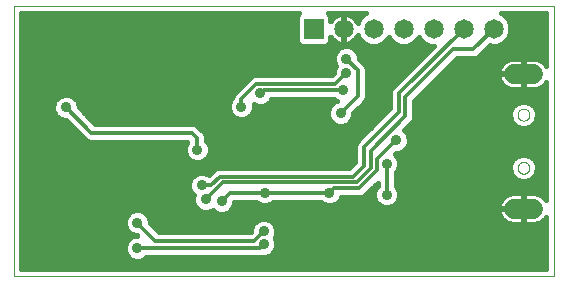
<source format=gbl>
G75*
%MOIN*%
%OFA0B0*%
%FSLAX25Y25*%
%IPPOS*%
%LPD*%
%AMOC8*
5,1,8,0,0,1.08239X$1,22.5*
%
%ADD10C,0.00000*%
%ADD11R,0.06500X0.06500*%
%ADD12C,0.06500*%
%ADD13C,0.06600*%
%ADD14C,0.03562*%
%ADD15C,0.01200*%
%ADD16C,0.01600*%
D10*
X0024428Y0011800D02*
X0024428Y0101800D01*
X0204428Y0101800D01*
X0204428Y0011800D01*
X0024428Y0011800D01*
X0192459Y0047942D02*
X0192461Y0048030D01*
X0192467Y0048118D01*
X0192477Y0048206D01*
X0192491Y0048294D01*
X0192508Y0048380D01*
X0192530Y0048466D01*
X0192555Y0048550D01*
X0192585Y0048634D01*
X0192617Y0048716D01*
X0192654Y0048796D01*
X0192694Y0048875D01*
X0192738Y0048952D01*
X0192785Y0049027D01*
X0192835Y0049099D01*
X0192889Y0049170D01*
X0192945Y0049237D01*
X0193005Y0049303D01*
X0193067Y0049365D01*
X0193133Y0049425D01*
X0193200Y0049481D01*
X0193271Y0049535D01*
X0193343Y0049585D01*
X0193418Y0049632D01*
X0193495Y0049676D01*
X0193574Y0049716D01*
X0193654Y0049753D01*
X0193736Y0049785D01*
X0193820Y0049815D01*
X0193904Y0049840D01*
X0193990Y0049862D01*
X0194076Y0049879D01*
X0194164Y0049893D01*
X0194252Y0049903D01*
X0194340Y0049909D01*
X0194428Y0049911D01*
X0194516Y0049909D01*
X0194604Y0049903D01*
X0194692Y0049893D01*
X0194780Y0049879D01*
X0194866Y0049862D01*
X0194952Y0049840D01*
X0195036Y0049815D01*
X0195120Y0049785D01*
X0195202Y0049753D01*
X0195282Y0049716D01*
X0195361Y0049676D01*
X0195438Y0049632D01*
X0195513Y0049585D01*
X0195585Y0049535D01*
X0195656Y0049481D01*
X0195723Y0049425D01*
X0195789Y0049365D01*
X0195851Y0049303D01*
X0195911Y0049237D01*
X0195967Y0049170D01*
X0196021Y0049099D01*
X0196071Y0049027D01*
X0196118Y0048952D01*
X0196162Y0048875D01*
X0196202Y0048796D01*
X0196239Y0048716D01*
X0196271Y0048634D01*
X0196301Y0048550D01*
X0196326Y0048466D01*
X0196348Y0048380D01*
X0196365Y0048294D01*
X0196379Y0048206D01*
X0196389Y0048118D01*
X0196395Y0048030D01*
X0196397Y0047942D01*
X0196395Y0047854D01*
X0196389Y0047766D01*
X0196379Y0047678D01*
X0196365Y0047590D01*
X0196348Y0047504D01*
X0196326Y0047418D01*
X0196301Y0047334D01*
X0196271Y0047250D01*
X0196239Y0047168D01*
X0196202Y0047088D01*
X0196162Y0047009D01*
X0196118Y0046932D01*
X0196071Y0046857D01*
X0196021Y0046785D01*
X0195967Y0046714D01*
X0195911Y0046647D01*
X0195851Y0046581D01*
X0195789Y0046519D01*
X0195723Y0046459D01*
X0195656Y0046403D01*
X0195585Y0046349D01*
X0195513Y0046299D01*
X0195438Y0046252D01*
X0195361Y0046208D01*
X0195282Y0046168D01*
X0195202Y0046131D01*
X0195120Y0046099D01*
X0195036Y0046069D01*
X0194952Y0046044D01*
X0194866Y0046022D01*
X0194780Y0046005D01*
X0194692Y0045991D01*
X0194604Y0045981D01*
X0194516Y0045975D01*
X0194428Y0045973D01*
X0194340Y0045975D01*
X0194252Y0045981D01*
X0194164Y0045991D01*
X0194076Y0046005D01*
X0193990Y0046022D01*
X0193904Y0046044D01*
X0193820Y0046069D01*
X0193736Y0046099D01*
X0193654Y0046131D01*
X0193574Y0046168D01*
X0193495Y0046208D01*
X0193418Y0046252D01*
X0193343Y0046299D01*
X0193271Y0046349D01*
X0193200Y0046403D01*
X0193133Y0046459D01*
X0193067Y0046519D01*
X0193005Y0046581D01*
X0192945Y0046647D01*
X0192889Y0046714D01*
X0192835Y0046785D01*
X0192785Y0046857D01*
X0192738Y0046932D01*
X0192694Y0047009D01*
X0192654Y0047088D01*
X0192617Y0047168D01*
X0192585Y0047250D01*
X0192555Y0047334D01*
X0192530Y0047418D01*
X0192508Y0047504D01*
X0192491Y0047590D01*
X0192477Y0047678D01*
X0192467Y0047766D01*
X0192461Y0047854D01*
X0192459Y0047942D01*
X0192459Y0065658D02*
X0192461Y0065746D01*
X0192467Y0065834D01*
X0192477Y0065922D01*
X0192491Y0066010D01*
X0192508Y0066096D01*
X0192530Y0066182D01*
X0192555Y0066266D01*
X0192585Y0066350D01*
X0192617Y0066432D01*
X0192654Y0066512D01*
X0192694Y0066591D01*
X0192738Y0066668D01*
X0192785Y0066743D01*
X0192835Y0066815D01*
X0192889Y0066886D01*
X0192945Y0066953D01*
X0193005Y0067019D01*
X0193067Y0067081D01*
X0193133Y0067141D01*
X0193200Y0067197D01*
X0193271Y0067251D01*
X0193343Y0067301D01*
X0193418Y0067348D01*
X0193495Y0067392D01*
X0193574Y0067432D01*
X0193654Y0067469D01*
X0193736Y0067501D01*
X0193820Y0067531D01*
X0193904Y0067556D01*
X0193990Y0067578D01*
X0194076Y0067595D01*
X0194164Y0067609D01*
X0194252Y0067619D01*
X0194340Y0067625D01*
X0194428Y0067627D01*
X0194516Y0067625D01*
X0194604Y0067619D01*
X0194692Y0067609D01*
X0194780Y0067595D01*
X0194866Y0067578D01*
X0194952Y0067556D01*
X0195036Y0067531D01*
X0195120Y0067501D01*
X0195202Y0067469D01*
X0195282Y0067432D01*
X0195361Y0067392D01*
X0195438Y0067348D01*
X0195513Y0067301D01*
X0195585Y0067251D01*
X0195656Y0067197D01*
X0195723Y0067141D01*
X0195789Y0067081D01*
X0195851Y0067019D01*
X0195911Y0066953D01*
X0195967Y0066886D01*
X0196021Y0066815D01*
X0196071Y0066743D01*
X0196118Y0066668D01*
X0196162Y0066591D01*
X0196202Y0066512D01*
X0196239Y0066432D01*
X0196271Y0066350D01*
X0196301Y0066266D01*
X0196326Y0066182D01*
X0196348Y0066096D01*
X0196365Y0066010D01*
X0196379Y0065922D01*
X0196389Y0065834D01*
X0196395Y0065746D01*
X0196397Y0065658D01*
X0196395Y0065570D01*
X0196389Y0065482D01*
X0196379Y0065394D01*
X0196365Y0065306D01*
X0196348Y0065220D01*
X0196326Y0065134D01*
X0196301Y0065050D01*
X0196271Y0064966D01*
X0196239Y0064884D01*
X0196202Y0064804D01*
X0196162Y0064725D01*
X0196118Y0064648D01*
X0196071Y0064573D01*
X0196021Y0064501D01*
X0195967Y0064430D01*
X0195911Y0064363D01*
X0195851Y0064297D01*
X0195789Y0064235D01*
X0195723Y0064175D01*
X0195656Y0064119D01*
X0195585Y0064065D01*
X0195513Y0064015D01*
X0195438Y0063968D01*
X0195361Y0063924D01*
X0195282Y0063884D01*
X0195202Y0063847D01*
X0195120Y0063815D01*
X0195036Y0063785D01*
X0194952Y0063760D01*
X0194866Y0063738D01*
X0194780Y0063721D01*
X0194692Y0063707D01*
X0194604Y0063697D01*
X0194516Y0063691D01*
X0194428Y0063689D01*
X0194340Y0063691D01*
X0194252Y0063697D01*
X0194164Y0063707D01*
X0194076Y0063721D01*
X0193990Y0063738D01*
X0193904Y0063760D01*
X0193820Y0063785D01*
X0193736Y0063815D01*
X0193654Y0063847D01*
X0193574Y0063884D01*
X0193495Y0063924D01*
X0193418Y0063968D01*
X0193343Y0064015D01*
X0193271Y0064065D01*
X0193200Y0064119D01*
X0193133Y0064175D01*
X0193067Y0064235D01*
X0193005Y0064297D01*
X0192945Y0064363D01*
X0192889Y0064430D01*
X0192835Y0064501D01*
X0192785Y0064573D01*
X0192738Y0064648D01*
X0192694Y0064725D01*
X0192654Y0064804D01*
X0192617Y0064884D01*
X0192585Y0064966D01*
X0192555Y0065050D01*
X0192530Y0065134D01*
X0192508Y0065220D01*
X0192491Y0065306D01*
X0192477Y0065394D01*
X0192467Y0065482D01*
X0192461Y0065570D01*
X0192459Y0065658D01*
D11*
X0124428Y0094300D03*
D12*
X0134428Y0094300D03*
X0144428Y0094300D03*
X0154428Y0094300D03*
X0164428Y0094300D03*
X0174428Y0094300D03*
X0184428Y0094300D03*
D13*
X0191128Y0079241D02*
X0197728Y0079241D01*
X0197728Y0034359D02*
X0191128Y0034359D01*
D14*
X0175053Y0031800D03*
X0170678Y0040863D03*
X0159428Y0040863D03*
X0148803Y0038988D03*
X0129741Y0039613D03*
X0124428Y0049300D03*
X0109428Y0049300D03*
X0108178Y0039613D03*
X0093803Y0036800D03*
X0088491Y0037425D03*
X0087241Y0042113D03*
X0065678Y0039300D03*
X0065678Y0029612D03*
X0050678Y0028050D03*
X0065678Y0021175D03*
X0081928Y0028050D03*
X0107866Y0026800D03*
X0107866Y0022425D03*
X0119428Y0019300D03*
X0150053Y0026487D03*
X0148803Y0049300D03*
X0151928Y0057112D03*
X0133491Y0066175D03*
X0124428Y0064300D03*
X0109428Y0064300D03*
X0100366Y0068363D03*
X0106616Y0072738D03*
X0095747Y0085712D03*
X0106616Y0087112D03*
X0096303Y0097112D03*
X0082553Y0089300D03*
X0041928Y0068050D03*
X0085678Y0053987D03*
X0134116Y0073988D03*
X0135366Y0079613D03*
X0135366Y0084300D03*
X0165366Y0074613D03*
X0029428Y0028050D03*
D15*
X0065678Y0029612D02*
X0071616Y0023675D01*
X0104741Y0023675D01*
X0107866Y0026800D01*
X0107866Y0022425D02*
X0106616Y0021175D01*
X0065678Y0021175D01*
X0088491Y0037425D02*
X0094116Y0043050D01*
X0138803Y0043050D01*
X0143491Y0047737D01*
X0143491Y0053675D01*
X0155053Y0065237D01*
X0155053Y0071488D01*
X0170991Y0087425D01*
X0177553Y0087425D01*
X0184428Y0094300D01*
X0174428Y0094300D02*
X0152866Y0072738D01*
X0152866Y0066488D01*
X0141303Y0054925D01*
X0141303Y0048675D01*
X0137553Y0044925D01*
X0093178Y0044925D01*
X0090366Y0042113D01*
X0087241Y0042113D01*
X0093803Y0036800D02*
X0096616Y0039613D01*
X0108178Y0039613D01*
X0129741Y0039613D01*
X0131303Y0041175D01*
X0139741Y0041175D01*
X0145678Y0047112D01*
X0145678Y0050862D01*
X0151928Y0057112D01*
X0148803Y0049300D02*
X0148803Y0038988D01*
X0133491Y0066175D02*
X0139116Y0071800D01*
X0139116Y0080550D01*
X0135366Y0084300D01*
X0135366Y0079613D02*
X0131616Y0075863D01*
X0105366Y0075863D01*
X0100366Y0070863D01*
X0100366Y0068363D01*
X0106616Y0072738D02*
X0107866Y0073988D01*
X0134116Y0073988D01*
X0085678Y0057737D02*
X0085678Y0053987D01*
X0085678Y0057737D02*
X0083803Y0059612D01*
X0050366Y0059612D01*
X0041928Y0068050D01*
D16*
X0037747Y0067748D02*
X0026828Y0067748D01*
X0026828Y0069346D02*
X0037940Y0069346D01*
X0037747Y0068882D02*
X0037747Y0067218D01*
X0038384Y0065682D01*
X0039560Y0064505D01*
X0041097Y0063869D01*
X0041867Y0063869D01*
X0048667Y0057069D01*
X0049769Y0056612D01*
X0082391Y0056612D01*
X0082134Y0056356D01*
X0081497Y0054819D01*
X0081497Y0053156D01*
X0082134Y0051619D01*
X0083310Y0050443D01*
X0084847Y0049806D01*
X0086510Y0049806D01*
X0088047Y0050443D01*
X0089223Y0051619D01*
X0089860Y0053156D01*
X0089860Y0054819D01*
X0089223Y0056356D01*
X0088678Y0056900D01*
X0088678Y0058334D01*
X0088222Y0059437D01*
X0086347Y0061312D01*
X0085503Y0062156D01*
X0084400Y0062612D01*
X0051609Y0062612D01*
X0046110Y0068112D01*
X0046110Y0068882D01*
X0045473Y0070418D01*
X0044297Y0071595D01*
X0042760Y0072231D01*
X0041097Y0072231D01*
X0039560Y0071595D01*
X0038384Y0070418D01*
X0037747Y0068882D01*
X0038910Y0070945D02*
X0026828Y0070945D01*
X0026828Y0072543D02*
X0097815Y0072543D01*
X0097823Y0072562D02*
X0097366Y0071459D01*
X0097366Y0071275D01*
X0096821Y0070731D01*
X0096185Y0069194D01*
X0096185Y0067531D01*
X0096821Y0065994D01*
X0097998Y0064818D01*
X0099534Y0064181D01*
X0101198Y0064181D01*
X0102734Y0064818D01*
X0103911Y0065994D01*
X0104547Y0067531D01*
X0104547Y0069069D01*
X0105784Y0068556D01*
X0107448Y0068556D01*
X0108984Y0069193D01*
X0110161Y0070369D01*
X0110417Y0070988D01*
X0131203Y0070988D01*
X0131748Y0070443D01*
X0132308Y0070211D01*
X0131123Y0069720D01*
X0129946Y0068543D01*
X0129310Y0067007D01*
X0129310Y0065343D01*
X0129946Y0063807D01*
X0131123Y0062630D01*
X0132659Y0061994D01*
X0134323Y0061994D01*
X0135859Y0062630D01*
X0137036Y0063807D01*
X0137672Y0065343D01*
X0137672Y0066113D01*
X0140815Y0069257D01*
X0141659Y0070101D01*
X0142116Y0071203D01*
X0142116Y0081147D01*
X0141659Y0082249D01*
X0139547Y0084362D01*
X0139547Y0085132D01*
X0138911Y0086668D01*
X0137734Y0087845D01*
X0136198Y0088481D01*
X0134534Y0088481D01*
X0132998Y0087845D01*
X0131821Y0086668D01*
X0131185Y0085132D01*
X0131185Y0083468D01*
X0131811Y0081956D01*
X0131185Y0080444D01*
X0131185Y0079674D01*
X0130373Y0078862D01*
X0104769Y0078862D01*
X0103667Y0078406D01*
X0102823Y0077562D01*
X0097823Y0072562D01*
X0097035Y0070945D02*
X0044947Y0070945D01*
X0045917Y0069346D02*
X0096248Y0069346D01*
X0096185Y0067748D02*
X0046473Y0067748D01*
X0048072Y0066149D02*
X0096757Y0066149D01*
X0098642Y0064551D02*
X0049670Y0064551D01*
X0051269Y0062952D02*
X0130801Y0062952D01*
X0129638Y0064551D02*
X0102090Y0064551D01*
X0103975Y0066149D02*
X0129310Y0066149D01*
X0129617Y0067748D02*
X0104547Y0067748D01*
X0109138Y0069346D02*
X0130749Y0069346D01*
X0131246Y0070945D02*
X0110399Y0070945D01*
X0101001Y0075740D02*
X0026828Y0075740D01*
X0026828Y0077339D02*
X0102600Y0077339D01*
X0099403Y0074142D02*
X0026828Y0074142D01*
X0026828Y0078937D02*
X0130448Y0078937D01*
X0131223Y0080536D02*
X0026828Y0080536D01*
X0026828Y0082134D02*
X0131737Y0082134D01*
X0131185Y0083733D02*
X0026828Y0083733D01*
X0026828Y0085332D02*
X0131268Y0085332D01*
X0132083Y0086930D02*
X0026828Y0086930D01*
X0026828Y0088529D02*
X0164414Y0088529D01*
X0164536Y0088650D02*
X0151167Y0075281D01*
X0151167Y0075281D01*
X0150323Y0074437D01*
X0149866Y0073334D01*
X0149866Y0067730D01*
X0139604Y0057468D01*
X0138760Y0056624D01*
X0138303Y0055522D01*
X0138303Y0049918D01*
X0136311Y0047925D01*
X0092582Y0047925D01*
X0091479Y0047468D01*
X0090635Y0046624D01*
X0089639Y0045628D01*
X0089609Y0045657D01*
X0088073Y0046294D01*
X0086409Y0046294D01*
X0084873Y0045657D01*
X0083696Y0044481D01*
X0083060Y0042944D01*
X0083060Y0041281D01*
X0083696Y0039744D01*
X0084566Y0038875D01*
X0084310Y0038257D01*
X0084310Y0036593D01*
X0084946Y0035057D01*
X0086123Y0033880D01*
X0087659Y0033244D01*
X0089323Y0033244D01*
X0090825Y0033866D01*
X0091435Y0033255D01*
X0092972Y0032619D01*
X0094635Y0032619D01*
X0096172Y0033255D01*
X0097348Y0034432D01*
X0097985Y0035968D01*
X0097985Y0036613D01*
X0105266Y0036613D01*
X0105810Y0036068D01*
X0107347Y0035431D01*
X0109010Y0035431D01*
X0110547Y0036068D01*
X0111091Y0036613D01*
X0126828Y0036613D01*
X0127373Y0036068D01*
X0128909Y0035431D01*
X0130573Y0035431D01*
X0132109Y0036068D01*
X0133286Y0037244D01*
X0133671Y0038175D01*
X0140338Y0038175D01*
X0141440Y0038632D01*
X0142284Y0039476D01*
X0145803Y0042995D01*
X0145803Y0041900D01*
X0145259Y0041356D01*
X0144622Y0039819D01*
X0144622Y0038156D01*
X0145259Y0036619D01*
X0146435Y0035443D01*
X0147972Y0034806D01*
X0149635Y0034806D01*
X0151172Y0035443D01*
X0152348Y0036619D01*
X0152985Y0038156D01*
X0152985Y0039819D01*
X0152348Y0041356D01*
X0151803Y0041900D01*
X0151803Y0046387D01*
X0152348Y0046932D01*
X0152985Y0048468D01*
X0152985Y0050132D01*
X0152348Y0051668D01*
X0151538Y0052479D01*
X0151990Y0052931D01*
X0152760Y0052931D01*
X0154297Y0053568D01*
X0155473Y0054744D01*
X0156110Y0056281D01*
X0156110Y0057944D01*
X0155473Y0059481D01*
X0154506Y0060448D01*
X0156753Y0062694D01*
X0157597Y0063538D01*
X0158053Y0064641D01*
X0158053Y0070245D01*
X0172234Y0084425D01*
X0178150Y0084425D01*
X0179253Y0084882D01*
X0180097Y0085726D01*
X0183104Y0088733D01*
X0183305Y0088650D01*
X0185552Y0088650D01*
X0187629Y0089510D01*
X0189218Y0091100D01*
X0190078Y0093176D01*
X0190078Y0095424D01*
X0189218Y0097500D01*
X0187629Y0099090D01*
X0186880Y0099400D01*
X0202028Y0099400D01*
X0202028Y0081999D01*
X0201619Y0082563D01*
X0201051Y0083131D01*
X0200401Y0083603D01*
X0199686Y0083967D01*
X0198923Y0084215D01*
X0198130Y0084341D01*
X0194613Y0084341D01*
X0194613Y0079425D01*
X0194244Y0079425D01*
X0194244Y0079057D01*
X0186028Y0079057D01*
X0186028Y0078840D01*
X0186154Y0078047D01*
X0186402Y0077283D01*
X0186767Y0076568D01*
X0187238Y0075919D01*
X0187806Y0075351D01*
X0188455Y0074879D01*
X0189171Y0074515D01*
X0189934Y0074267D01*
X0190727Y0074141D01*
X0194244Y0074141D01*
X0194244Y0079057D01*
X0194613Y0079057D01*
X0194613Y0074141D01*
X0198130Y0074141D01*
X0198923Y0074267D01*
X0199686Y0074515D01*
X0200401Y0074879D01*
X0201051Y0075351D01*
X0201619Y0075919D01*
X0202028Y0076483D01*
X0202028Y0037117D01*
X0201619Y0037681D01*
X0201051Y0038249D01*
X0200401Y0038721D01*
X0199686Y0039085D01*
X0198923Y0039333D01*
X0198130Y0039459D01*
X0194613Y0039459D01*
X0194613Y0034543D01*
X0194244Y0034543D01*
X0194244Y0034175D01*
X0186028Y0034175D01*
X0186028Y0033958D01*
X0186154Y0033165D01*
X0186402Y0032401D01*
X0186767Y0031686D01*
X0187238Y0031037D01*
X0187806Y0030469D01*
X0188455Y0029997D01*
X0189171Y0029633D01*
X0189934Y0029385D01*
X0190727Y0029259D01*
X0194244Y0029259D01*
X0194244Y0034175D01*
X0194613Y0034175D01*
X0194613Y0029259D01*
X0198130Y0029259D01*
X0198923Y0029385D01*
X0199686Y0029633D01*
X0200401Y0029997D01*
X0201051Y0030469D01*
X0201619Y0031037D01*
X0202028Y0031601D01*
X0202028Y0014200D01*
X0026828Y0014200D01*
X0026828Y0099400D01*
X0119634Y0099400D01*
X0119144Y0098909D01*
X0118778Y0098027D01*
X0118778Y0090573D01*
X0119144Y0089691D01*
X0119819Y0089015D01*
X0120701Y0088650D01*
X0128156Y0088650D01*
X0129038Y0089015D01*
X0129713Y0089691D01*
X0130078Y0090573D01*
X0130078Y0091714D01*
X0130109Y0091653D01*
X0130577Y0091010D01*
X0131139Y0090448D01*
X0131782Y0089981D01*
X0132490Y0089620D01*
X0133246Y0089374D01*
X0134031Y0089250D01*
X0134353Y0089250D01*
X0134353Y0094225D01*
X0134503Y0094225D01*
X0134503Y0089250D01*
X0134826Y0089250D01*
X0135611Y0089374D01*
X0136367Y0089620D01*
X0137075Y0089981D01*
X0137718Y0090448D01*
X0138280Y0091010D01*
X0138748Y0091653D01*
X0139108Y0092361D01*
X0139112Y0092372D01*
X0139639Y0091100D01*
X0141228Y0089510D01*
X0143305Y0088650D01*
X0145552Y0088650D01*
X0147629Y0089510D01*
X0149218Y0091100D01*
X0149428Y0091607D01*
X0149639Y0091100D01*
X0151228Y0089510D01*
X0153305Y0088650D01*
X0155552Y0088650D01*
X0157629Y0089510D01*
X0159218Y0091100D01*
X0159428Y0091607D01*
X0159639Y0091100D01*
X0161228Y0089510D01*
X0163305Y0088650D01*
X0164536Y0088650D01*
X0162816Y0086930D02*
X0138649Y0086930D01*
X0139464Y0085332D02*
X0161217Y0085332D01*
X0159619Y0083733D02*
X0140176Y0083733D01*
X0141707Y0082134D02*
X0158020Y0082134D01*
X0156422Y0080536D02*
X0142116Y0080536D01*
X0142116Y0078937D02*
X0154823Y0078937D01*
X0153225Y0077339D02*
X0142116Y0077339D01*
X0142116Y0075740D02*
X0151626Y0075740D01*
X0150201Y0074142D02*
X0142116Y0074142D01*
X0142116Y0072543D02*
X0149866Y0072543D01*
X0149866Y0070945D02*
X0142009Y0070945D01*
X0140905Y0069346D02*
X0149866Y0069346D01*
X0149866Y0067748D02*
X0139307Y0067748D01*
X0137708Y0066149D02*
X0148285Y0066149D01*
X0146687Y0064551D02*
X0137344Y0064551D01*
X0136181Y0062952D02*
X0145088Y0062952D01*
X0143490Y0061354D02*
X0086305Y0061354D01*
X0086347Y0061312D02*
X0086347Y0061312D01*
X0087903Y0059755D02*
X0141891Y0059755D01*
X0140293Y0058157D02*
X0088678Y0058157D01*
X0089021Y0056558D02*
X0138733Y0056558D01*
X0139604Y0057468D02*
X0139604Y0057468D01*
X0138303Y0054960D02*
X0089801Y0054960D01*
X0089860Y0053361D02*
X0138303Y0053361D01*
X0138303Y0051763D02*
X0089283Y0051763D01*
X0087374Y0050164D02*
X0138303Y0050164D01*
X0136952Y0048566D02*
X0026828Y0048566D01*
X0026828Y0050164D02*
X0083983Y0050164D01*
X0082074Y0051763D02*
X0026828Y0051763D01*
X0026828Y0053361D02*
X0081497Y0053361D01*
X0081556Y0054960D02*
X0026828Y0054960D01*
X0026828Y0056558D02*
X0082336Y0056558D01*
X0090978Y0046967D02*
X0026828Y0046967D01*
X0026828Y0045369D02*
X0084584Y0045369D01*
X0083402Y0043770D02*
X0026828Y0043770D01*
X0026828Y0042172D02*
X0083060Y0042172D01*
X0083353Y0040573D02*
X0026828Y0040573D01*
X0026828Y0038975D02*
X0084466Y0038975D01*
X0084310Y0037376D02*
X0026828Y0037376D01*
X0026828Y0035778D02*
X0084648Y0035778D01*
X0085824Y0034179D02*
X0026828Y0034179D01*
X0026828Y0032581D02*
X0062734Y0032581D01*
X0063310Y0033157D02*
X0062134Y0031981D01*
X0061497Y0030444D01*
X0061497Y0028781D01*
X0062134Y0027244D01*
X0063310Y0026068D01*
X0064847Y0025431D01*
X0065617Y0025431D01*
X0065692Y0025356D01*
X0064847Y0025356D01*
X0063310Y0024720D01*
X0062134Y0023543D01*
X0061497Y0022007D01*
X0061497Y0020343D01*
X0062134Y0018807D01*
X0063310Y0017630D01*
X0064847Y0016994D01*
X0066510Y0016994D01*
X0068047Y0017630D01*
X0068591Y0018175D01*
X0107213Y0018175D01*
X0107379Y0018244D01*
X0108698Y0018244D01*
X0110234Y0018880D01*
X0111411Y0020057D01*
X0112047Y0021593D01*
X0112047Y0023257D01*
X0111485Y0024612D01*
X0112047Y0025968D01*
X0112047Y0027632D01*
X0111411Y0029168D01*
X0110234Y0030345D01*
X0108698Y0030981D01*
X0107034Y0030981D01*
X0105498Y0030345D01*
X0104321Y0029168D01*
X0103685Y0027632D01*
X0103685Y0026862D01*
X0103498Y0026675D01*
X0072859Y0026675D01*
X0069860Y0029674D01*
X0069860Y0030444D01*
X0069223Y0031981D01*
X0068047Y0033157D01*
X0066510Y0033794D01*
X0064847Y0033794D01*
X0063310Y0033157D01*
X0061720Y0030982D02*
X0026828Y0030982D01*
X0026828Y0029384D02*
X0061497Y0029384D01*
X0061910Y0027785D02*
X0026828Y0027785D01*
X0026828Y0026187D02*
X0063191Y0026187D01*
X0063179Y0024588D02*
X0026828Y0024588D01*
X0026828Y0022990D02*
X0061905Y0022990D01*
X0061497Y0021391D02*
X0026828Y0021391D01*
X0026828Y0019793D02*
X0061725Y0019793D01*
X0062746Y0018194D02*
X0026828Y0018194D01*
X0026828Y0016596D02*
X0202028Y0016596D01*
X0202028Y0018194D02*
X0107259Y0018194D01*
X0111146Y0019793D02*
X0202028Y0019793D01*
X0202028Y0021391D02*
X0111963Y0021391D01*
X0112047Y0022990D02*
X0202028Y0022990D01*
X0202028Y0024588D02*
X0111496Y0024588D01*
X0112047Y0026187D02*
X0202028Y0026187D01*
X0202028Y0027785D02*
X0111984Y0027785D01*
X0111195Y0029384D02*
X0189941Y0029384D01*
X0187293Y0030982D02*
X0069637Y0030982D01*
X0070150Y0029384D02*
X0104537Y0029384D01*
X0103748Y0027785D02*
X0071748Y0027785D01*
X0068623Y0032581D02*
X0186344Y0032581D01*
X0186028Y0034543D02*
X0194244Y0034543D01*
X0194244Y0039459D01*
X0190727Y0039459D01*
X0189934Y0039333D01*
X0189171Y0039085D01*
X0188455Y0038721D01*
X0187806Y0038249D01*
X0187238Y0037681D01*
X0186767Y0037032D01*
X0186402Y0036317D01*
X0186154Y0035553D01*
X0186028Y0034760D01*
X0186028Y0034543D01*
X0186227Y0035778D02*
X0151507Y0035778D01*
X0152662Y0037376D02*
X0187017Y0037376D01*
X0188953Y0038975D02*
X0152985Y0038975D01*
X0152672Y0040573D02*
X0202028Y0040573D01*
X0202028Y0042172D02*
X0151803Y0042172D01*
X0151803Y0043770D02*
X0193084Y0043770D01*
X0193560Y0043573D02*
X0191954Y0044238D01*
X0190725Y0045467D01*
X0190060Y0047073D01*
X0190060Y0048811D01*
X0190725Y0050416D01*
X0191954Y0051645D01*
X0193560Y0052310D01*
X0195297Y0052310D01*
X0196903Y0051645D01*
X0198132Y0050416D01*
X0198797Y0048811D01*
X0198797Y0047073D01*
X0198132Y0045467D01*
X0196903Y0044238D01*
X0195297Y0043573D01*
X0193560Y0043573D01*
X0195773Y0043770D02*
X0202028Y0043770D01*
X0202028Y0045369D02*
X0198033Y0045369D01*
X0198753Y0046967D02*
X0202028Y0046967D01*
X0202028Y0048566D02*
X0198797Y0048566D01*
X0198236Y0050164D02*
X0202028Y0050164D01*
X0202028Y0051763D02*
X0196619Y0051763D01*
X0192238Y0051763D02*
X0152254Y0051763D01*
X0153798Y0053361D02*
X0202028Y0053361D01*
X0202028Y0054960D02*
X0155562Y0054960D01*
X0156110Y0056558D02*
X0202028Y0056558D01*
X0202028Y0058157D02*
X0156021Y0058157D01*
X0155199Y0059755D02*
X0202028Y0059755D01*
X0202028Y0061354D02*
X0195452Y0061354D01*
X0195297Y0061290D02*
X0196903Y0061955D01*
X0198132Y0063184D01*
X0198797Y0064789D01*
X0198797Y0066527D01*
X0198132Y0068133D01*
X0196903Y0069362D01*
X0195297Y0070027D01*
X0193560Y0070027D01*
X0191954Y0069362D01*
X0190725Y0068133D01*
X0190060Y0066527D01*
X0190060Y0064789D01*
X0190725Y0063184D01*
X0191954Y0061955D01*
X0193560Y0061290D01*
X0195297Y0061290D01*
X0193405Y0061354D02*
X0155412Y0061354D01*
X0157011Y0062952D02*
X0190956Y0062952D01*
X0190159Y0064551D02*
X0158016Y0064551D01*
X0158053Y0066149D02*
X0190060Y0066149D01*
X0190566Y0067748D02*
X0158053Y0067748D01*
X0158053Y0069346D02*
X0191939Y0069346D01*
X0196918Y0069346D02*
X0202028Y0069346D01*
X0202028Y0067748D02*
X0198291Y0067748D01*
X0198797Y0066149D02*
X0202028Y0066149D01*
X0202028Y0064551D02*
X0198698Y0064551D01*
X0197901Y0062952D02*
X0202028Y0062952D01*
X0202028Y0070945D02*
X0158754Y0070945D01*
X0160352Y0072543D02*
X0202028Y0072543D01*
X0202028Y0074142D02*
X0198136Y0074142D01*
X0194613Y0074142D02*
X0194244Y0074142D01*
X0194244Y0075740D02*
X0194613Y0075740D01*
X0194613Y0077339D02*
X0194244Y0077339D01*
X0194244Y0078937D02*
X0194613Y0078937D01*
X0194244Y0079425D02*
X0186028Y0079425D01*
X0186028Y0079642D01*
X0186154Y0080435D01*
X0186402Y0081199D01*
X0186767Y0081914D01*
X0187238Y0082563D01*
X0187806Y0083131D01*
X0188455Y0083603D01*
X0189171Y0083967D01*
X0189934Y0084215D01*
X0190727Y0084341D01*
X0194244Y0084341D01*
X0194244Y0079425D01*
X0194244Y0080536D02*
X0194613Y0080536D01*
X0194613Y0082134D02*
X0194244Y0082134D01*
X0194244Y0083733D02*
X0194613Y0083733D01*
X0200146Y0083733D02*
X0202028Y0083733D01*
X0202028Y0082134D02*
X0201930Y0082134D01*
X0202028Y0085332D02*
X0179703Y0085332D01*
X0181301Y0086930D02*
X0202028Y0086930D01*
X0202028Y0088529D02*
X0182900Y0088529D01*
X0188246Y0090127D02*
X0202028Y0090127D01*
X0202028Y0091726D02*
X0189478Y0091726D01*
X0190078Y0093324D02*
X0202028Y0093324D01*
X0202028Y0094923D02*
X0190078Y0094923D01*
X0189624Y0096521D02*
X0202028Y0096521D01*
X0202028Y0098120D02*
X0188599Y0098120D01*
X0188711Y0083733D02*
X0171542Y0083733D01*
X0169943Y0082134D02*
X0186927Y0082134D01*
X0186187Y0080536D02*
X0168345Y0080536D01*
X0166746Y0078937D02*
X0186028Y0078937D01*
X0186384Y0077339D02*
X0165148Y0077339D01*
X0163549Y0075740D02*
X0187416Y0075740D01*
X0190721Y0074142D02*
X0161951Y0074142D01*
X0160611Y0090127D02*
X0158246Y0090127D01*
X0150611Y0090127D02*
X0148246Y0090127D01*
X0140611Y0090127D02*
X0137276Y0090127D01*
X0138784Y0091726D02*
X0139379Y0091726D01*
X0134503Y0091726D02*
X0134353Y0091726D01*
X0134353Y0093324D02*
X0134503Y0093324D01*
X0134503Y0094375D02*
X0134353Y0094375D01*
X0134353Y0099350D01*
X0134031Y0099350D01*
X0133246Y0099226D01*
X0132490Y0098980D01*
X0131782Y0098619D01*
X0131139Y0098152D01*
X0130577Y0097590D01*
X0130109Y0096947D01*
X0130078Y0096886D01*
X0130078Y0098027D01*
X0129713Y0098909D01*
X0129223Y0099400D01*
X0141977Y0099400D01*
X0141228Y0099090D01*
X0139639Y0097500D01*
X0139112Y0096228D01*
X0139108Y0096239D01*
X0138748Y0096947D01*
X0138280Y0097590D01*
X0137718Y0098152D01*
X0137075Y0098619D01*
X0136367Y0098980D01*
X0135611Y0099226D01*
X0134826Y0099350D01*
X0134503Y0099350D01*
X0134503Y0094375D01*
X0134503Y0094923D02*
X0134353Y0094923D01*
X0134353Y0096521D02*
X0134503Y0096521D01*
X0134503Y0098120D02*
X0134353Y0098120D01*
X0131106Y0098120D02*
X0130040Y0098120D01*
X0137751Y0098120D02*
X0140258Y0098120D01*
X0139233Y0096521D02*
X0138965Y0096521D01*
X0134503Y0090127D02*
X0134353Y0090127D01*
X0131580Y0090127D02*
X0129894Y0090127D01*
X0118963Y0090127D02*
X0026828Y0090127D01*
X0026828Y0091726D02*
X0118778Y0091726D01*
X0118778Y0093324D02*
X0026828Y0093324D01*
X0026828Y0094923D02*
X0118778Y0094923D01*
X0118778Y0096521D02*
X0026828Y0096521D01*
X0026828Y0098120D02*
X0118817Y0098120D01*
X0042783Y0062952D02*
X0026828Y0062952D01*
X0026828Y0061354D02*
X0044382Y0061354D01*
X0045980Y0059755D02*
X0026828Y0059755D01*
X0026828Y0058157D02*
X0047579Y0058157D01*
X0039515Y0064551D02*
X0026828Y0064551D01*
X0026828Y0066149D02*
X0038190Y0066149D01*
X0097906Y0035778D02*
X0106511Y0035778D01*
X0109846Y0035778D02*
X0128073Y0035778D01*
X0131409Y0035778D02*
X0146100Y0035778D01*
X0144945Y0037376D02*
X0133340Y0037376D01*
X0141783Y0038975D02*
X0144622Y0038975D01*
X0144935Y0040573D02*
X0143382Y0040573D01*
X0144980Y0042172D02*
X0145803Y0042172D01*
X0151803Y0045369D02*
X0190823Y0045369D01*
X0190104Y0046967D02*
X0152363Y0046967D01*
X0152985Y0048566D02*
X0190060Y0048566D01*
X0190621Y0050164D02*
X0152971Y0050164D01*
X0194244Y0038975D02*
X0194613Y0038975D01*
X0194613Y0037376D02*
X0194244Y0037376D01*
X0194244Y0035778D02*
X0194613Y0035778D01*
X0194244Y0034179D02*
X0097096Y0034179D01*
X0026828Y0014997D02*
X0202028Y0014997D01*
X0202028Y0029384D02*
X0198916Y0029384D01*
X0201564Y0030982D02*
X0202028Y0030982D01*
X0194613Y0030982D02*
X0194244Y0030982D01*
X0194244Y0029384D02*
X0194613Y0029384D01*
X0194613Y0032581D02*
X0194244Y0032581D01*
X0201840Y0037376D02*
X0202028Y0037376D01*
X0202028Y0038975D02*
X0199903Y0038975D01*
X0201440Y0075740D02*
X0202028Y0075740D01*
M02*

</source>
